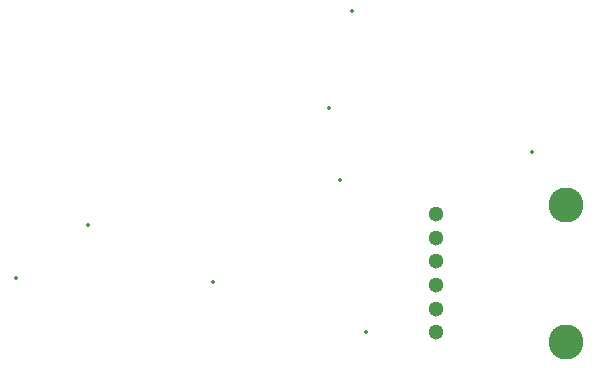
<source format=gbr>
%TF.GenerationSoftware,Altium Limited,Altium Designer,24.10.1 (45)*%
G04 Layer_Color=0*
%FSLAX45Y45*%
%MOMM*%
%TF.SameCoordinates,9AD70181-00FA-4A01-9188-FD1DF1966971*%
%TF.FilePolarity,Positive*%
%TF.FileFunction,Plated,1,2,PTH,Drill*%
%TF.Part,Single*%
G01*
G75*
%TA.AperFunction,ComponentDrill*%
%ADD49C,2.97000*%
%ADD50C,1.30000*%
%TA.AperFunction,ViaDrill,NotFilled*%
%ADD51C,0.35000*%
D49*
X14003200Y7613100D02*
D03*
Y8773100D02*
D03*
D50*
X12903200Y7893100D02*
D03*
Y8093100D02*
D03*
Y8293100D02*
D03*
Y7693100D02*
D03*
Y8693100D02*
D03*
Y8493100D02*
D03*
D51*
X11993267Y9588414D02*
D03*
X13716000Y9220200D02*
D03*
X12090400Y8978900D02*
D03*
X9956800Y8597900D02*
D03*
X12192000Y10414000D02*
D03*
X11010900Y8115300D02*
D03*
X12306300Y7696200D02*
D03*
X9347200Y8153400D02*
D03*
%TF.MD5,222a2cba93ddd6b635fc672244f5aeae*%
M02*

</source>
